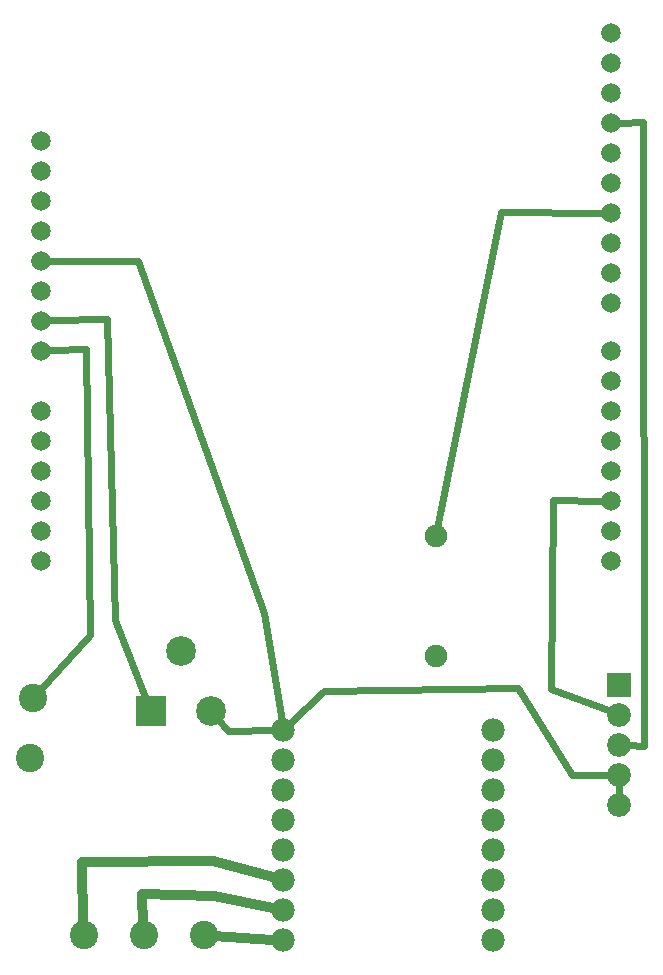
<source format=gtl>
G04 MADE WITH FRITZING*
G04 WWW.FRITZING.ORG*
G04 DOUBLE SIDED*
G04 HOLES PLATED*
G04 CONTOUR ON CENTER OF CONTOUR VECTOR*
%ASAXBY*%
%FSLAX23Y23*%
%MOIN*%
%OFA0B0*%
%SFA1.0B1.0*%
%ADD10C,0.079370*%
%ADD11C,0.099000*%
%ADD12C,0.094488*%
%ADD13C,0.075000*%
%ADD14C,0.077701*%
%ADD15C,0.065278*%
%ADD16R,0.079370X0.079370*%
%ADD17R,0.099000X0.099000*%
%ADD18C,0.024000*%
%ADD19C,0.032000*%
%LNCOPPER1*%
G90*
G70*
G54D10*
X2123Y961D03*
X2123Y861D03*
X2123Y761D03*
X2123Y661D03*
X2123Y561D03*
G54D11*
X760Y873D03*
X560Y873D03*
X660Y1073D03*
G54D12*
X168Y917D03*
X158Y717D03*
X337Y125D03*
X537Y125D03*
X737Y125D03*
G54D13*
X1510Y1455D03*
X1510Y1055D03*
G54D14*
X1001Y809D03*
X1001Y709D03*
X1001Y609D03*
X1001Y509D03*
X1001Y409D03*
X1001Y309D03*
X1001Y209D03*
X1001Y109D03*
X1700Y809D03*
X1700Y709D03*
X1700Y609D03*
X1700Y509D03*
X1700Y409D03*
X1700Y309D03*
X1700Y209D03*
X1700Y109D03*
G54D15*
X195Y1774D03*
X195Y1674D03*
X195Y1574D03*
X195Y1474D03*
X195Y1374D03*
X2095Y2234D03*
X2095Y2334D03*
X2095Y2434D03*
X2095Y2534D03*
X2095Y2634D03*
X2095Y2734D03*
X2095Y2834D03*
X2095Y2934D03*
X2095Y3034D03*
X2095Y3134D03*
X2095Y1374D03*
X2095Y1474D03*
X2095Y1574D03*
X2095Y1674D03*
X2095Y1774D03*
X2095Y1874D03*
X2095Y1974D03*
X2095Y2074D03*
X195Y2674D03*
X195Y2774D03*
X195Y2574D03*
X195Y2474D03*
X195Y2374D03*
X195Y2274D03*
X195Y2174D03*
X195Y2074D03*
X195Y1874D03*
G54D16*
X2123Y961D03*
G54D17*
X560Y873D03*
G54D18*
X2064Y2534D02*
X1728Y2536D01*
D02*
X1728Y2536D02*
X1516Y1483D01*
D02*
X1901Y1577D02*
X2064Y1574D01*
D02*
X1896Y947D02*
X1901Y1577D01*
D02*
X2094Y872D02*
X1896Y947D01*
D02*
X2123Y630D02*
X2123Y591D01*
D02*
X818Y806D02*
X972Y808D01*
D02*
X781Y849D02*
X818Y806D01*
G54D19*
D02*
X333Y370D02*
X336Y161D01*
D02*
X533Y262D02*
X536Y161D01*
D02*
X968Y318D02*
X767Y373D01*
D02*
X767Y373D02*
X333Y370D01*
D02*
X772Y256D02*
X533Y262D01*
D02*
X967Y216D02*
X772Y256D01*
D02*
X966Y111D02*
X773Y123D01*
G54D18*
D02*
X939Y1198D02*
X517Y2372D01*
D02*
X997Y838D02*
X939Y1198D01*
D02*
X517Y2372D02*
X226Y2374D01*
D02*
X443Y1175D02*
X416Y2179D01*
D02*
X416Y2179D02*
X226Y2175D01*
D02*
X443Y1175D02*
X549Y903D01*
D02*
X344Y2078D02*
X226Y2075D01*
D02*
X357Y1125D02*
X344Y2078D01*
D02*
X189Y940D02*
X357Y1125D01*
D02*
X1964Y658D02*
X1784Y948D01*
D02*
X1784Y948D02*
X1139Y941D01*
D02*
X1139Y941D02*
X1022Y829D01*
D02*
X2092Y660D02*
X1964Y658D01*
D02*
X2204Y757D02*
X2153Y759D01*
D02*
X2126Y2834D02*
X2200Y2835D01*
D02*
X2200Y2835D02*
X2204Y757D01*
G04 End of Copper1*
M02*
</source>
